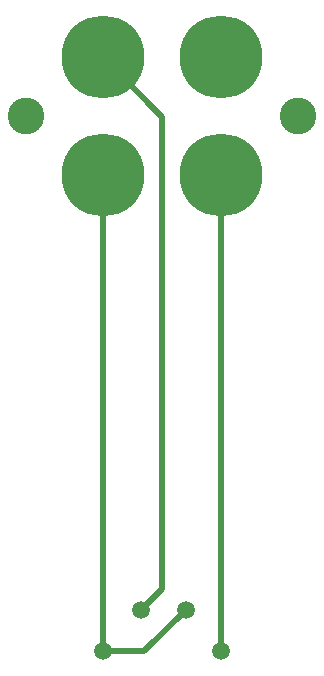
<source format=gbr>
G04 (created by PCBNEW (2013-may-18)-stable) date Вс 25 окт 2015 21:36:28*
%MOIN*%
G04 Gerber Fmt 3.4, Leading zero omitted, Abs format*
%FSLAX34Y34*%
G01*
G70*
G90*
G04 APERTURE LIST*
%ADD10C,0.00393701*%
%ADD11C,0.275591*%
%ADD12C,0.122047*%
%ADD13C,0.0590551*%
%ADD14C,0.019685*%
G04 APERTURE END LIST*
G54D10*
G54D11*
X9640Y-8254D03*
X13577Y-8254D03*
X9640Y-12191D03*
X13577Y-12191D03*
G54D12*
X7081Y-10222D03*
X16137Y-10222D03*
G54D13*
X13582Y-28051D03*
X10925Y-26673D03*
X9645Y-28051D03*
X12401Y-26673D03*
G54D14*
X13577Y-28051D02*
X13577Y-21259D01*
X13582Y-28051D02*
X13577Y-28051D01*
X13577Y-21259D02*
X13577Y-12191D01*
X13577Y-21246D02*
X13577Y-21259D01*
X9640Y-8254D02*
X9640Y-8262D01*
X11614Y-25984D02*
X10925Y-26673D01*
X11614Y-10236D02*
X11614Y-25984D01*
X9640Y-8262D02*
X11614Y-10236D01*
X12401Y-26673D02*
X11023Y-28051D01*
X9640Y-12191D02*
X9645Y-28051D01*
X11023Y-28051D02*
X9645Y-28051D01*
M02*

</source>
